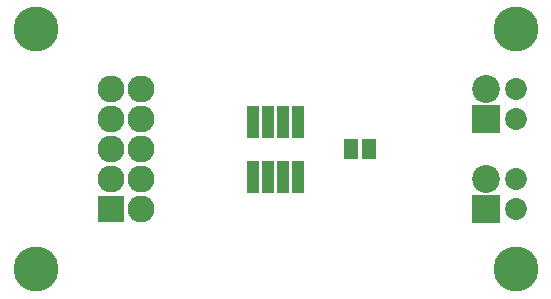
<source format=gts>
G04 (created by PCBNEW-RS274X (2011-07-19)-testing) date Tue 10 Jan 2012 02:34:43 PM PST*
G01*
G70*
G90*
%MOIN*%
G04 Gerber Fmt 3.4, Leading zero omitted, Abs format*
%FSLAX34Y34*%
G04 APERTURE LIST*
%ADD10C,0.006000*%
%ADD11C,0.150000*%
%ADD12R,0.039700X0.108600*%
%ADD13R,0.045000X0.065000*%
%ADD14C,0.093000*%
%ADD15R,0.093000X0.093000*%
%ADD16C,0.073000*%
%ADD17R,0.090000X0.090000*%
%ADD18C,0.090000*%
G04 APERTURE END LIST*
G54D10*
G54D11*
X67000Y-21000D03*
X51000Y-21000D03*
X67000Y-29000D03*
X51000Y-29000D03*
G54D12*
X58250Y-24085D03*
X58750Y-24085D03*
X59250Y-24085D03*
X59750Y-24085D03*
X58250Y-25916D03*
X58750Y-25916D03*
X59250Y-25916D03*
X59750Y-25916D03*
G54D13*
X61497Y-25000D03*
X62097Y-25000D03*
G54D14*
X66000Y-23000D03*
G54D15*
X66000Y-24000D03*
G54D16*
X67000Y-24000D03*
X67000Y-23000D03*
G54D14*
X66000Y-26000D03*
G54D15*
X66000Y-27000D03*
G54D16*
X67000Y-27000D03*
X67000Y-26000D03*
G54D17*
X53500Y-27000D03*
G54D18*
X54500Y-27000D03*
X53500Y-26000D03*
X54500Y-26000D03*
X53500Y-25000D03*
X54500Y-25000D03*
X53500Y-24000D03*
X54500Y-24000D03*
X53500Y-23000D03*
X54500Y-23000D03*
M02*

</source>
